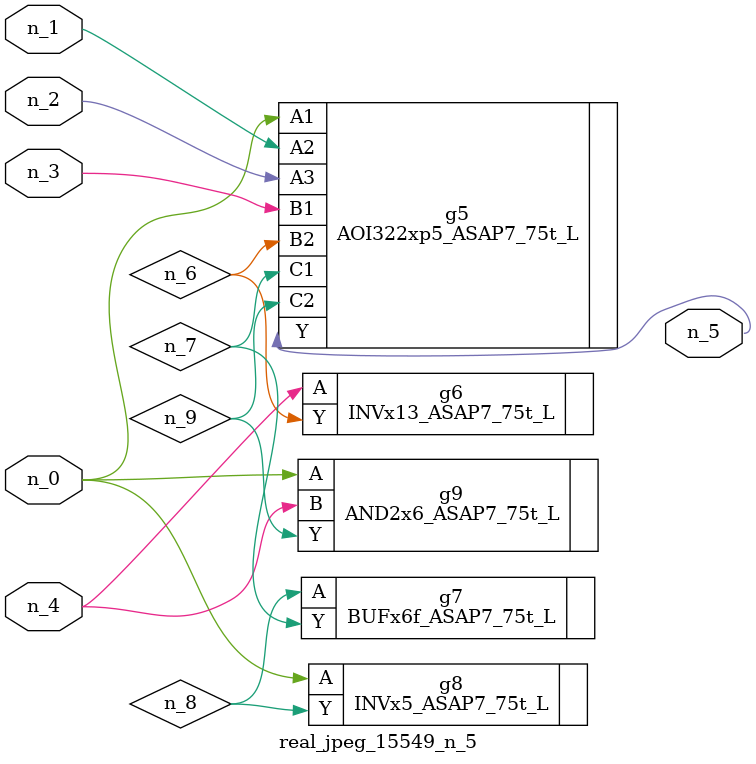
<source format=v>
module real_jpeg_15549_n_5 (n_4, n_0, n_1, n_2, n_3, n_5);

input n_4;
input n_0;
input n_1;
input n_2;
input n_3;

output n_5;

wire n_8;
wire n_6;
wire n_7;
wire n_9;

AOI322xp5_ASAP7_75t_L g5 ( 
.A1(n_0),
.A2(n_1),
.A3(n_2),
.B1(n_3),
.B2(n_6),
.C1(n_7),
.C2(n_9),
.Y(n_5)
);

INVx5_ASAP7_75t_L g8 ( 
.A(n_0),
.Y(n_8)
);

AND2x6_ASAP7_75t_L g9 ( 
.A(n_0),
.B(n_4),
.Y(n_9)
);

INVx13_ASAP7_75t_L g6 ( 
.A(n_4),
.Y(n_6)
);

BUFx6f_ASAP7_75t_L g7 ( 
.A(n_8),
.Y(n_7)
);


endmodule
</source>
